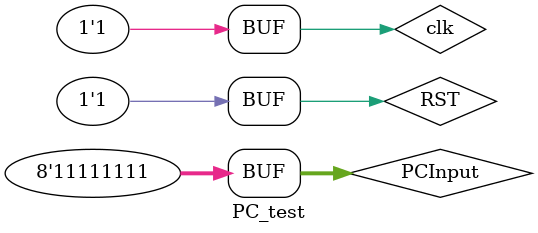
<source format=v>
`timescale 1ns / 1ps


module PC_test;

	// Inputs
	reg [7:0] PCInput;
	reg clk;
	reg RST;

	// Outputs
	wire [7:0] PCOutput;

	// Instantiate the Unit Under Test (UUT)
	PC uut (
		.PCInput(PCInput), 
		.clk(clk), 
		.RST(RST), 
		.PCOutput(PCOutput)
	);

	initial begin
		// Initialize Inputs
		PCInput = 8'b00000000; clk = 0; RST = 0;#100;
	
		
		RST = 1; #80;
		clk = 1; #20;
		
		clk = 0; RST = 0; PCInput = 8'b00000110; #80;
		clk = 1; #20;
		
		clk = 0; PCInput = 8'b11111111; #80;
		clk = 1; #20;
		
		clk = 0; RST = 1; #80;
		clk = 1; #20;

	end
      
endmodule


</source>
